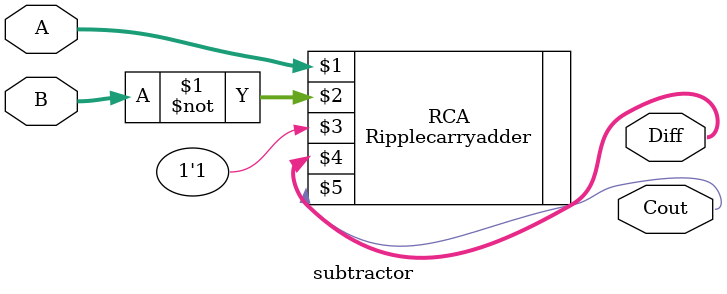
<source format=v>
`timescale 1ns / 1ps


module subtractor(A,B,Diff,Cout);
    input [3:0] A,B;
    output [3:0] Diff;
    output Cout;
    wire [3:0] B_neg;
    Ripplecarryadder RCA(A, ~B, 1'b1, Diff, Cout); 
endmodule

</source>
